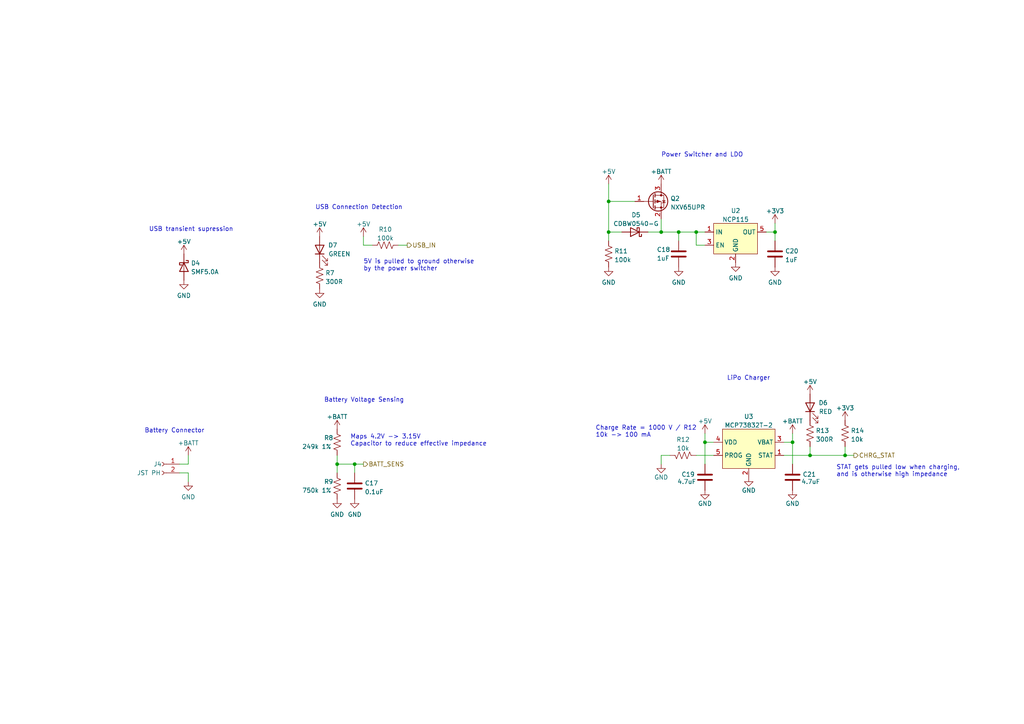
<source format=kicad_sch>
(kicad_sch (version 20211123) (generator eeschema)
  (paper "A4")
  (lib_symbols
    (symbol "Connector:Conn_01x02_Female" (pin_names (offset 1.016) hide)
      (property "Reference" "J" (at 0 2.54 0))
      (property "Value" "Conn_01x02_Female" (at 0 -5.08 0))
      (symbol "Conn_01x02_Female_1_1"
        (arc (start 0 -2.032) (mid -0.508 -2.54) (end 0 -3.048) (stroke (width 0.1524)))
        (polyline (pts (xy -1.27 -2.54) (xy -0.508 -2.54)) (stroke (width 0.1524)))
        (polyline (pts (xy -1.27 0) (xy -0.508 0)) (stroke (width 0.1524)))
        (arc (start 0 0.508) (mid -0.508 0) (end 0 -0.508) (stroke (width 0.1524)))
        (pin passive line (at -5.08 0 0) (length 3.81) (name "Pin_1") (number "1"))
        (pin passive line (at -5.08 -2.54 0) (length 3.81) (name "Pin_2") (number "2"))
      )
    )
    (symbol "Device:C" (pin_numbers hide) (pin_names (offset 0.254))
      (property "Reference" "C" (at 0.635 2.54 0))
      (property "Value" "C" (at 0.635 -2.54 0))
      (symbol "C_0_1"
        (polyline (pts (xy -2.032 -0.762) (xy 2.032 -0.762)) (stroke (width 0.508)))
        (polyline (pts (xy -2.032 0.762) (xy 2.032 0.762)) (stroke (width 0.508)))
      )
      (symbol "C_1_1"
        (pin passive line (at 0 3.81 270) (length 2.794) (name "~") (number "1"))
        (pin passive line (at 0 -3.81 90) (length 2.794) (name "~") (number "2"))
      )
    )
    (symbol "Device:D_Schottky" (pin_numbers hide) (pin_names (offset 1.016) hide)
      (property "Reference" "D" (at 0 2.54 0))
      (property "Value" "D_Schottky" (at 0 -2.54 0))
      (symbol "D_Schottky_0_1"
        (polyline (pts (xy 1.27 0) (xy -1.27 0)))
        (polyline (pts (xy 1.27 1.27) (xy 1.27 -1.27) (xy -1.27 0) (xy 1.27 1.27)) (stroke (width 0.254)))
        (polyline (pts (xy -1.905 0.635) (xy -1.905 1.27) (xy -1.27 1.27) (xy -1.27 -1.27) (xy -0.635 -1.27) (xy -0.635 -0.635)) (stroke (width 0.254)))
      )
      (symbol "D_Schottky_1_1"
        (pin passive line (at -3.81 0 0) (length 2.54) (name "K") (number "1"))
        (pin passive line (at 3.81 0 180) (length 2.54) (name "A") (number "2"))
      )
    )
    (symbol "Device:LED" (pin_numbers hide) (pin_names (offset 1.016) hide)
      (property "Reference" "D" (at 0 2.54 0))
      (property "Value" "LED" (at 0 -2.54 0))
      (symbol "LED_0_1"
        (polyline (pts (xy -1.27 -1.27) (xy -1.27 1.27)) (stroke (width 0.254)))
        (polyline (pts (xy -1.27 0) (xy 1.27 0)))
        (polyline (pts (xy 1.27 -1.27) (xy 1.27 1.27) (xy -1.27 0) (xy 1.27 -1.27)) (stroke (width 0.254)))
        (polyline (pts (xy -3.048 -0.762) (xy -4.572 -2.286) (xy -3.81 -2.286) (xy -4.572 -2.286) (xy -4.572 -1.524)))
        (polyline (pts (xy -1.778 -0.762) (xy -3.302 -2.286) (xy -2.54 -2.286) (xy -3.302 -2.286) (xy -3.302 -1.524)))
      )
      (symbol "LED_1_1"
        (pin passive line (at -3.81 0 0) (length 2.54) (name "K") (number "1"))
        (pin passive line (at 3.81 0 180) (length 2.54) (name "A") (number "2"))
      )
    )
    (symbol "Device:Q_PMOS_GSD" (pin_names (offset 0) hide)
      (property "Reference" "Q" (at 5.08 1.27 0))
      (property "Value" "Q_PMOS_GSD" (at 5.08 -1.27 0))
      (symbol "Q_PMOS_GSD_0_1"
        (polyline (pts (xy 0.254 0) (xy -2.54 0)))
        (polyline (pts (xy 0.254 1.905) (xy 0.254 -1.905)) (stroke (width 0.254)))
        (polyline (pts (xy 0.762 -1.27) (xy 0.762 -2.286)) (stroke (width 0.254)))
        (polyline (pts (xy 0.762 0.508) (xy 0.762 -0.508)) (stroke (width 0.254)))
        (polyline (pts (xy 0.762 2.286) (xy 0.762 1.27)) (stroke (width 0.254)))
        (polyline (pts (xy 2.54 2.54) (xy 2.54 1.778)))
        (polyline (pts (xy 2.54 -2.54) (xy 2.54 0) (xy 0.762 0)))
        (polyline (pts (xy 0.762 1.778) (xy 3.302 1.778) (xy 3.302 -1.778) (xy 0.762 -1.778)))
        (polyline (pts (xy 2.286 0) (xy 1.27 0.381) (xy 1.27 -0.381) (xy 2.286 0)) (fill (type outline)))
        (polyline (pts (xy 2.794 -0.508) (xy 2.921 -0.381) (xy 3.683 -0.381) (xy 3.81 -0.254)))
        (polyline (pts (xy 3.302 -0.381) (xy 2.921 0.254) (xy 3.683 0.254) (xy 3.302 -0.381)))
        (circle (center 1.651 0) (radius 2.794) (stroke (width 0.254)))
        (circle (center 2.54 -1.778) (radius 0.254) (fill (type outline)))
        (circle (center 2.54 1.778) (radius 0.254) (fill (type outline)))
      )
      (symbol "Q_PMOS_GSD_1_1"
        (pin input line (at -5.08 0 0) (length 2.54) (name "G") (number "1"))
        (pin passive line (at 2.54 -5.08 90) (length 2.54) (name "S") (number "2"))
        (pin passive line (at 2.54 5.08 270) (length 2.54) (name "D") (number "3"))
      )
    )
    (symbol "Device:R_US" (pin_numbers hide) (pin_names (offset 0))
      (property "Reference" "R" (at 2.54 0 90))
      (property "Value" "R_US" (at -2.54 0 90))
      (symbol "R_US_0_1"
        (polyline (pts (xy 0 -2.286) (xy 0 -2.54)))
        (polyline (pts (xy 0 2.286) (xy 0 2.54)))
        (polyline (pts (xy 0 -0.762) (xy 1.016 -1.143) (xy 0 -1.524) (xy -1.016 -1.905) (xy 0 -2.286)))
        (polyline (pts (xy 0 0.762) (xy 1.016 0.381) (xy 0 0) (xy -1.016 -0.381) (xy 0 -0.762)))
        (polyline (pts (xy 0 2.286) (xy 1.016 1.905) (xy 0 1.524) (xy -1.016 1.143) (xy 0 0.762)))
      )
      (symbol "R_US_1_1"
        (pin passive line (at 0 3.81 270) (length 1.27) (name "~") (number "1"))
        (pin passive line (at 0 -3.81 90) (length 1.27) (name "~") (number "2"))
      )
    )
    (symbol "dumbwatch:MCP73831{slash}2"
      (property "Reference" "U" (at 0 10.16 0))
      (property "Value" "MCP73831{slash}2" (at 0 7.62 0))
      (symbol "MCP73831{slash}2_0_1"
        (rectangle (start -7.62 6.35) (end 7.62 -5.08) (stroke (width 0.1524)) (fill (type background)))
      )
      (symbol "MCP73831{slash}2_1_1"
        (pin output line (at 10.16 -1.27 180) (length 2.54) (name "STAT") (number "1"))
        (pin input line (at 0 -7.62 90) (length 2.54) (name "GND") (number "2"))
        (pin output line (at 10.16 2.54 180) (length 2.54) (name "VBAT") (number "3"))
        (pin input line (at -10.16 2.54 0) (length 2.54) (name "VDD") (number "4"))
        (pin input line (at -10.16 -1.27 0) (length 2.54) (name "PROG") (number "5"))
      )
    )
    (symbol "dumbwatch:NCP115"
      (property "Reference" "U" (at 0 7.62 0))
      (property "Value" "NCP115" (at 0 5.08 0))
      (symbol "NCP115_0_1"
        (rectangle (start -6.35 3.81) (end 6.35 -5.08) (stroke (width 0.1524)) (fill (type background)))
      )
      (symbol "NCP115_1_1"
        (pin input line (at -8.89 1.27 0) (length 2.54) (name "IN") (number "1"))
        (pin input line (at 0 -7.62 90) (length 2.54) (name "GND") (number "2"))
        (pin input line (at -8.89 -2.54 0) (length 2.54) (name "EN") (number "3"))
        (pin no_connect line (at 8.89 -2.54 180) (length 2.54) hide (name "NC") (number "4"))
        (pin output line (at 8.89 1.27 180) (length 2.54) (name "OUT") (number "5"))
      )
    )
    (symbol "power:+3V3" (power) (pin_names (offset 0))
      (property "Value" "+3V3" (at 0 3.556 0))
      (symbol "+3V3_0_1"
        (polyline (pts (xy -0.762 1.27) (xy 0 2.54)))
        (polyline (pts (xy 0 0) (xy 0 2.54)))
        (polyline (pts (xy 0 2.54) (xy 0.762 1.27)))
      )
      (symbol "+3V3_1_1"
        (pin power_in line (at 0 0 90) (length 0) hide (name "+3V3") (number "1"))
      )
    )
    (symbol "power:+5V" (power) (pin_names (offset 0))
      (property "Value" "+5V" (at 0 3.556 0))
      (symbol "+5V_0_1"
        (polyline (pts (xy -0.762 1.27) (xy 0 2.54)))
        (polyline (pts (xy 0 0) (xy 0 2.54)))
        (polyline (pts (xy 0 2.54) (xy 0.762 1.27)))
      )
      (symbol "+5V_1_1"
        (pin power_in line (at 0 0 90) (length 0) hide (name "+5V") (number "1"))
      )
    )
    (symbol "power:+BATT" (power) (pin_names (offset 0))
      (property "Value" "+BATT" (at 0 3.556 0))
      (symbol "+BATT_0_1"
        (polyline (pts (xy -0.762 1.27) (xy 0 2.54)))
        (polyline (pts (xy 0 0) (xy 0 2.54)))
        (polyline (pts (xy 0 2.54) (xy 0.762 1.27)))
      )
      (symbol "+BATT_1_1"
        (pin power_in line (at 0 0 90) (length 0) hide (name "+BATT") (number "1"))
      )
    )
    (symbol "power:GND" (power) (pin_names (offset 0))
      (property "Value" "GND" (at 0 -3.81 0))
      (symbol "GND_0_1"
        (polyline (pts (xy 0 0) (xy 0 -1.27) (xy 1.27 -1.27) (xy 0 -2.54) (xy -1.27 -1.27) (xy 0 -1.27)))
      )
      (symbol "GND_1_1"
        (pin power_in line (at 0 0 270) (length 0) hide (name "GND") (number "1"))
      )
    )
  )
  (junction (at 201.93 67.31))
  (junction (at 102.87 134.62))
  (junction (at 204.47 128.27))
  (junction (at 224.79 67.31))
  (junction (at 97.79 134.62))
  (junction (at 191.77 67.31))
  (junction (at 234.95 132.08))
  (junction (at 176.53 58.42))
  (junction (at 229.87 128.27))
  (junction (at 196.85 67.31))
  (junction (at 245.11 132.08))
  (junction (at 176.53 67.31))
  (wire (pts (xy 201.93 71.12) (xy 201.93 67.31)))
  (wire (pts (xy 224.79 67.31) (xy 222.25 67.31)))
  (wire (pts (xy 191.77 134.62) (xy 191.77 132.08)))
  (wire (pts (xy 196.85 67.31) (xy 196.85 69.85)))
  (wire (pts (xy 204.47 128.27) (xy 204.47 125.73)))
  (wire (pts (xy 204.47 128.27) (xy 204.47 134.62)))
  (wire (pts (xy 234.95 132.08) (xy 245.11 132.08)))
  (wire (pts (xy 229.87 128.27) (xy 229.87 134.62)))
  (wire (pts (xy 247.65 132.08) (xy 245.11 132.08)))
  (wire (pts (xy 54.61 139.7) (xy 54.61 137.16)))
  (wire (pts (xy 191.77 67.31) (xy 191.77 63.5)))
  (wire (pts (xy 204.47 71.12) (xy 201.93 71.12)))
  (wire (pts (xy 227.33 128.27) (xy 229.87 128.27)))
  (wire (pts (xy 52.07 134.62) (xy 54.61 134.62)))
  (wire (pts (xy 97.79 134.62) (xy 102.87 134.62)))
  (wire (pts (xy 191.77 132.08) (xy 194.31 132.08)))
  (wire (pts (xy 176.53 53.34) (xy 176.53 58.42)))
  (wire (pts (xy 176.53 69.85) (xy 176.53 67.31)))
  (wire (pts (xy 201.93 132.08) (xy 207.01 132.08)))
  (wire (pts (xy 105.41 71.12) (xy 107.95 71.12)))
  (wire (pts (xy 227.33 132.08) (xy 234.95 132.08)))
  (wire (pts (xy 97.79 134.62) (xy 97.79 137.16)))
  (wire (pts (xy 54.61 137.16) (xy 52.07 137.16)))
  (wire (pts (xy 102.87 134.62) (xy 105.41 134.62)))
  (wire (pts (xy 105.41 68.58) (xy 105.41 71.12)))
  (wire (pts (xy 224.79 69.85) (xy 224.79 67.31)))
  (wire (pts (xy 196.85 67.31) (xy 201.93 67.31)))
  (wire (pts (xy 229.87 128.27) (xy 229.87 125.73)))
  (wire (pts (xy 234.95 132.08) (xy 234.95 129.54)))
  (wire (pts (xy 224.79 64.77) (xy 224.79 67.31)))
  (wire (pts (xy 118.11 71.12) (xy 115.57 71.12)))
  (wire (pts (xy 176.53 67.31) (xy 176.53 58.42)))
  (wire (pts (xy 97.79 132.08) (xy 97.79 134.62)))
  (wire (pts (xy 176.53 67.31) (xy 180.34 67.31)))
  (wire (pts (xy 102.87 134.62) (xy 102.87 137.16)))
  (wire (pts (xy 54.61 134.62) (xy 54.61 132.08)))
  (wire (pts (xy 245.11 129.54) (xy 245.11 132.08)))
  (wire (pts (xy 201.93 67.31) (xy 204.47 67.31)))
  (wire (pts (xy 187.96 67.31) (xy 191.77 67.31)))
  (wire (pts (xy 207.01 128.27) (xy 204.47 128.27)))
  (wire (pts (xy 191.77 67.31) (xy 196.85 67.31)))
  (wire (pts (xy 176.53 58.42) (xy 184.15 58.42)))
  (text "5V is pulled to ground otherwise\nby the power switcher" (at 105.41 78.74 0) (effects (font (size 1.27 1.27)) (justify left bottom)))
  (text "Battery Voltage Sensing" (at 93.98 116.84 0) (effects (font (size 1.27 1.27)) (justify left bottom)))
  (text "Charge Rate = 1000 V / R12\n10k -> 100 mA" (at 172.72 127 0) (effects (font (size 1.27 1.27)) (justify left bottom)))
  (text "Maps 4.2V -> 3.15V\nCapacitor to reduce effective impedance" (at 101.6 129.54 0) (effects (font (size 1.27 1.27)) (justify left bottom)))
  (text "Battery Connector" (at 41.91 125.73 0) (effects (font (size 1.27 1.27)) (justify left bottom)))
  (text "USB Connection Detection" (at 91.44 60.96 0) (effects (font (size 1.27 1.27)) (justify left bottom)))
  (text "STAT gets pulled low when charging,\nand is otherwise high impedance" (at 242.57 138.43 0) (effects (font (size 1.27 1.27)) (justify left bottom)))
  (text "Power Switcher and LDO" (at 191.77 45.72 0) (effects (font (size 1.27 1.27)) (justify left bottom)))
  (text "USB transient supression" (at 43.18 67.31 0) (effects (font (size 1.27 1.27)) (justify left bottom)))
  (text "LiPo Charger" (at 210.82 110.49 0) (effects (font (size 1.27 1.27)) (justify left bottom)))
  (hierarchical_label "CHRG_STAT" (shape output) (at 247.65 132.08 0))
  (hierarchical_label "BATT_SENS" (shape output) (at 105.41 134.62 0))
  (hierarchical_label "USB_IN" (shape output) (at 118.11 71.12 0))
  (symbol (lib_id "Device:C") (at 224.79 73.66 0) (unit 1)
    (property "Reference" "C20" (at 227.711 72.8253 0) (effects (justify left)))
    (property "Value" "1uF" (at 227.711 75.3622 0) (effects (justify left)))
    (property "Footprint" "Capacitor_SMD:C_0805_2012Metric_Pad1.18x1.45mm_HandSolder" (effects hide))
  )
  (symbol (lib_id "power:GND") (at 97.79 144.78 0) (unit 1)
    (property "Reference" "#PWR039" (effects hide))
    (property "Value" "GND" (at 97.79 149.2234 0))
  )
  (symbol (lib_id "Device:D_Schottky") (at 53.34 77.47 270) (unit 1)
    (property "Reference" "D4" (at 55.372 76.3178 90) (effects (justify left)))
    (property "Value" "SMF5.0A" (at 55.372 78.8547 90) (effects (justify left)))
    (property "Footprint" "Diode_SMD:D_SOD-123F" (effects hide))
  )
  (symbol (lib_id "power:+5V") (at 105.41 68.58 0) (unit 1)
    (property "Reference" "#PWR036" (effects hide))
    (property "Value" "+5V" (at 105.41 65.0042 0))
  )
  (symbol (lib_id "Device:R_US") (at 245.11 125.73 0) (unit 1)
    (property "Reference" "R14" (at 246.761 124.8953 0) (effects (justify left)))
    (property "Value" "10k" (at 246.761 127.4322 0) (effects (justify left)))
    (property "Footprint" "Resistor_SMD:R_0805_2012Metric_Pad1.20x1.40mm_HandSolder" (effects hide))
  )
  (symbol (lib_id "power:+3V3") (at 224.79 64.77 0) (unit 1)
    (property "Reference" "#PWR050" (effects hide))
    (property "Value" "+3V3" (at 224.79 61.1942 0))
  )
  (symbol (lib_id "Device:LED") (at 234.95 118.11 90) (unit 1)
    (property "Reference" "D6" (at 238.76 116.84 90))
    (property "Value" "RED" (at 237.49 119.38 90) (effects (justify right)))
    (property "Footprint" "LED_SMD:LED_1206_3216Metric_Pad1.42x1.75mm_HandSolder" (effects hide))
  )
  (symbol (lib_id "power:GND") (at 217.17 138.43 0) (unit 1)
    (property "Reference" "#PWR049" (effects hide))
    (property "Value" "GND" (at 217.17 142.24 0))
  )
  (symbol (lib_id "Device:R_US") (at 234.95 125.73 0) (unit 1)
    (property "Reference" "R13" (at 236.601 124.8953 0) (effects (justify left)))
    (property "Value" "300R" (at 236.601 127.4322 0) (effects (justify left)))
    (property "Footprint" "Resistor_SMD:R_0805_2012Metric_Pad1.20x1.40mm_HandSolder" (effects hide))
  )
  (symbol (lib_id "power:GND") (at 54.61 139.7 0) (unit 1)
    (property "Reference" "#PWR035" (effects hide))
    (property "Value" "GND" (at 54.61 144.1434 0))
  )
  (symbol (lib_id "dumbwatch:NCP115") (at 213.36 68.58 0) (unit 1)
    (property "Reference" "U2" (at 213.36 61.121 0))
    (property "Value" "NCP115" (at 213.36 63.6579 0))
    (property "Footprint" "Package_TO_SOT_SMD:TSOT-23-5" (effects hide))
  )
  (symbol (lib_id "power:+5V") (at 53.34 73.66 0) (unit 1)
    (property "Reference" "#PWR032" (effects hide))
    (property "Value" "+5V" (at 53.34 70.0842 0))
  )
  (symbol (lib_id "power:GND") (at 213.36 76.2 0) (unit 1)
    (property "Reference" "#PWR048" (effects hide))
    (property "Value" "GND" (at 213.36 80.6434 0))
  )
  (symbol (lib_id "Device:C") (at 102.87 140.97 0) (unit 1)
    (property "Reference" "C17" (at 105.791 140.1353 0) (effects (justify left)))
    (property "Value" "0.1uF" (at 105.791 142.6722 0) (effects (justify left)))
    (property "Footprint" "Capacitor_SMD:C_0805_2012Metric_Pad1.18x1.45mm_HandSolder" (effects hide))
  )
  (symbol (lib_id "Device:C") (at 196.85 73.66 0) (mirror y) (unit 1)
    (property "Reference" "C18" (at 190.5 72.39 0) (effects (justify right)))
    (property "Value" "1uF" (at 190.5 74.93 0) (effects (justify right)))
    (property "Footprint" "Capacitor_SMD:C_0805_2012Metric_Pad1.18x1.45mm_HandSolder" (effects hide))
  )
  (symbol (lib_id "power:GND") (at 176.53 77.47 0) (unit 1)
    (property "Reference" "#PWR042" (effects hide))
    (property "Value" "GND" (at 176.53 81.9134 0))
  )
  (symbol (lib_id "Device:C") (at 229.87 138.43 0) (unit 1)
    (property "Reference" "C21" (at 232.791 137.5953 0) (effects (justify left)))
    (property "Value" "4.7uF" (at 232.41 139.7 0) (effects (justify left)))
    (property "Footprint" "Capacitor_SMD:C_0805_2012Metric_Pad1.18x1.45mm_HandSolder" (effects hide))
  )
  (symbol (lib_id "Device:Q_PMOS_GSD") (at 189.23 58.42 0) (unit 1)
    (property "Reference" "Q2" (at 194.437 57.5853 0) (effects (justify left)))
    (property "Value" "NXV65UPR" (at 194.437 60.1222 0) (effects (justify left)))
    (property "Footprint" "Package_TO_SOT_SMD:SOT-23" (effects hide))
  )
  (symbol (lib_id "Device:D_Schottky") (at 184.15 67.31 180) (unit 1)
    (property "Reference" "D5" (at 184.4675 62.3402 0))
    (property "Value" "CDBW0540-G" (at 184.4675 64.8771 0))
    (property "Footprint" "Diode_SMD:D_SOD-123" (effects hide))
  )
  (symbol (lib_id "power:+BATT") (at 191.77 53.34 0) (unit 1)
    (property "Reference" "#PWR043" (effects hide))
    (property "Value" "+BATT" (at 191.77 49.7642 0))
  )
  (symbol (lib_id "Device:C") (at 204.47 138.43 0) (mirror y) (unit 1)
    (property "Reference" "C19" (at 201.549 137.5953 0) (effects (justify left)))
    (property "Value" "4.7uF" (at 201.93 139.7 0) (effects (justify left)))
    (property "Footprint" "Capacitor_SMD:C_0805_2012Metric_Pad1.18x1.45mm_HandSolder" (effects hide))
  )
  (symbol (lib_id "power:GND") (at 229.87 142.24 0) (mirror y) (unit 1)
    (property "Reference" "#PWR053" (effects hide))
    (property "Value" "GND" (at 229.87 146.05 0))
  )
  (symbol (lib_id "power:GND") (at 53.34 81.28 0) (unit 1)
    (property "Reference" "#PWR033" (effects hide))
    (property "Value" "GND" (at 53.34 85.7234 0))
  )
  (symbol (lib_id "Connector:Conn_01x02_Female") (at 46.99 134.62 0) (mirror y) (unit 1)
    (property "Reference" "J4" (at 45.72 134.62 0))
    (property "Value" "JST PH" (at 43.18 137.16 0))
    (property "Footprint" "Connector_JST:JST_PH_S2B-PH-K_1x02_P2.00mm_Horizontal" (effects hide))
  )
  (symbol (lib_id "power:GND") (at 102.87 144.78 0) (unit 1)
    (property "Reference" "#PWR040" (effects hide))
    (property "Value" "GND" (at 102.87 149.2234 0))
  )
  (symbol (lib_id "power:GND") (at 196.85 77.47 0) (unit 1)
    (property "Reference" "#PWR045" (effects hide))
    (property "Value" "GND" (at 196.85 81.9134 0))
  )
  (symbol (lib_id "power:+5V") (at 204.47 125.73 0) (mirror y) (unit 1)
    (property "Reference" "#PWR046" (effects hide))
    (property "Value" "+5V" (at 204.47 122.1542 0))
  )
  (symbol (lib_id "power:GND") (at 92.71 83.82 0) (unit 1)
    (property "Reference" "#PWR06" (effects hide))
    (property "Value" "GND" (at 92.71 88.2634 0))
  )
  (symbol (lib_id "Device:R_US") (at 92.71 80.01 180) (unit 1)
    (property "Reference" "R7" (at 94.361 79.1753 0) (effects (justify right)))
    (property "Value" "300R" (at 94.361 81.7122 0) (effects (justify right)))
    (property "Footprint" "Resistor_SMD:R_0805_2012Metric_Pad1.20x1.40mm_HandSolder" (effects hide))
  )
  (symbol (lib_id "Device:R_US") (at 97.79 140.97 0) (unit 1)
    (property "Reference" "R9" (at 93.98 139.7 0) (effects (justify left)))
    (property "Value" "750k 1%" (at 87.63 142.24 0) (effects (justify left)))
    (property "Footprint" "Resistor_SMD:R_0805_2012Metric_Pad1.20x1.40mm_HandSolder" (effects hide))
  )
  (symbol (lib_id "Device:R_US") (at 198.12 132.08 270) (mirror x) (unit 1)
    (property "Reference" "R12" (at 198.12 127.4912 90))
    (property "Value" "10k" (at 198.12 130.0281 90))
    (property "Footprint" "Resistor_SMD:R_0805_2012Metric_Pad1.20x1.40mm_HandSolder" (effects hide))
  )
  (symbol (lib_id "power:GND") (at 224.79 77.47 0) (unit 1)
    (property "Reference" "#PWR051" (effects hide))
    (property "Value" "GND" (at 224.79 81.9134 0))
  )
  (symbol (lib_id "Device:LED") (at 92.71 72.39 90) (unit 1)
    (property "Reference" "D7" (at 96.52 71.12 90))
    (property "Value" "GREEN" (at 95.25 73.66 90) (effects (justify right)))
    (property "Footprint" "LED_SMD:LED_1206_3216Metric_Pad1.42x1.75mm_HandSolder" (effects hide))
  )
  (symbol (lib_id "power:GND") (at 191.77 134.62 0) (mirror y) (unit 1)
    (property "Reference" "#PWR044" (effects hide))
    (property "Value" "GND" (at 191.77 138.43 0))
  )
  (symbol (lib_id "power:+5V") (at 234.95 114.3 0) (mirror y) (unit 1)
    (property "Reference" "#PWR054" (effects hide))
    (property "Value" "+5V" (at 234.95 110.7242 0))
  )
  (symbol (lib_id "dumbwatch:MCP73831{slash}2") (at 217.17 130.81 0) (unit 1)
    (property "Reference" "U3" (at 217.17 120.811 0))
    (property "Value" "MCP73832T-2" (at 217.17 123.3479 0))
    (property "Footprint" "Package_TO_SOT_SMD:SOT-23-5" (effects hide))
  )
  (symbol (lib_id "power:+5V") (at 176.53 53.34 0) (unit 1)
    (property "Reference" "#PWR041" (effects hide))
    (property "Value" "+5V" (at 176.53 49.7642 0))
  )
  (symbol (lib_id "power:+BATT") (at 229.87 125.73 0) (unit 1)
    (property "Reference" "#PWR052" (effects hide))
    (property "Value" "+BATT" (at 229.87 122.1542 0))
  )
  (symbol (lib_id "power:GND") (at 204.47 142.24 0) (unit 1)
    (property "Reference" "#PWR047" (effects hide))
    (property "Value" "GND" (at 204.47 146.05 0))
  )
  (symbol (lib_id "power:+5V") (at 92.71 68.58 0) (unit 1)
    (property "Reference" "#PWR05" (effects hide))
    (property "Value" "+5V" (at 92.71 65.0042 0))
  )
  (symbol (lib_id "Device:R_US") (at 97.79 128.27 0) (unit 1)
    (property "Reference" "R8" (at 93.98 127 0) (effects (justify left)))
    (property "Value" "249k 1%" (at 87.63 129.54 0) (effects (justify left)))
    (property "Footprint" "Resistor_SMD:R_0805_2012Metric_Pad1.20x1.40mm_HandSolder" (effects hide))
  )
  (symbol (lib_id "power:+BATT") (at 97.79 124.46 0) (unit 1)
    (property "Reference" "#PWR038" (effects hide))
    (property "Value" "+BATT" (at 97.79 120.8842 0))
  )
  (symbol (lib_id "power:+3V3") (at 245.11 121.92 0) (unit 1)
    (property "Reference" "#PWR055" (effects hide))
    (property "Value" "+3V3" (at 245.11 118.3442 0))
  )
  (symbol (lib_id "Device:R_US") (at 176.53 73.66 0) (unit 1)
    (property "Reference" "R11" (at 178.181 72.8253 0) (effects (justify left)))
    (property "Value" "100k" (at 178.181 75.3622 0) (effects (justify left)))
    (property "Footprint" "Resistor_SMD:R_0805_2012Metric_Pad1.20x1.40mm_HandSolder" (effects hide))
  )
  (symbol (lib_id "power:+BATT") (at 54.61 132.08 0) (unit 1)
    (property "Reference" "#PWR034" (effects hide))
    (property "Value" "+BATT" (at 54.61 128.5042 0))
  )
  (symbol (lib_id "Device:R_US") (at 111.76 71.12 90) (unit 1)
    (property "Reference" "R10" (at 111.76 66.5312 90))
    (property "Value" "100k" (at 111.76 69.0681 90))
    (property "Footprint" "Resistor_SMD:R_0805_2012Metric_Pad1.20x1.40mm_HandSolder" (effects hide))
  )
)
</source>
